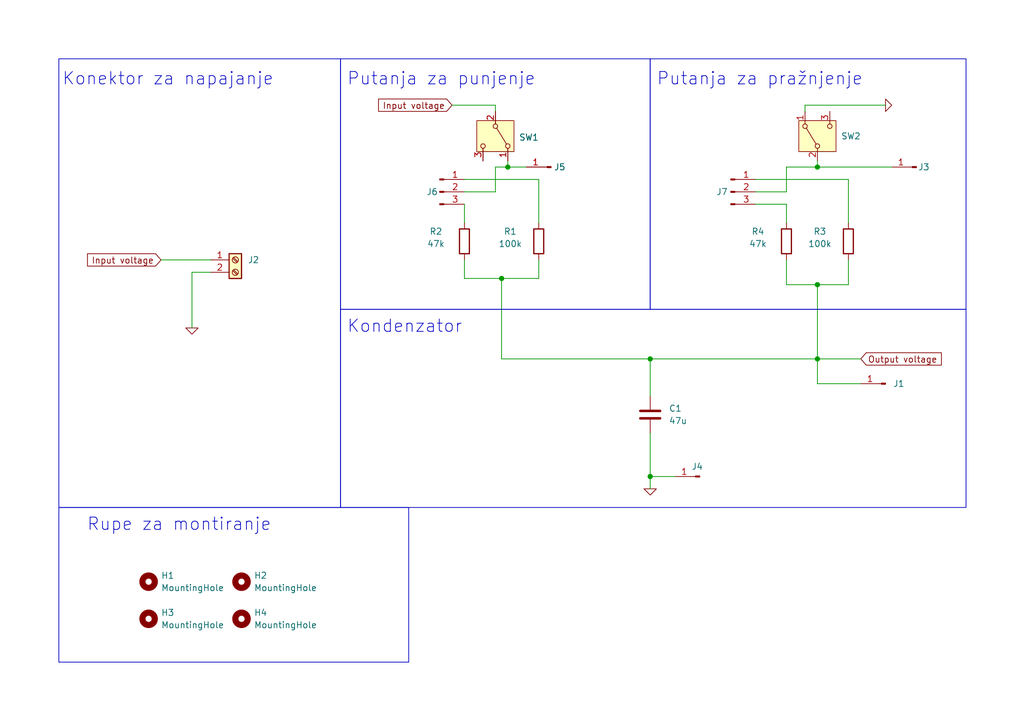
<source format=kicad_sch>
(kicad_sch
	(version 20250114)
	(generator "eeschema")
	(generator_version "9.0")
	(uuid "4bec5ddf-adbf-41fb-a069-c7630bb0044a")
	(paper "A5")
	(title_block
		(title "Punjenje i praznjenje kondenzatora")
		(rev "v1")
	)
	(lib_symbols
		(symbol "Connector:Conn_01x01_Pin"
			(pin_names
				(offset 1.016)
				(hide yes)
			)
			(exclude_from_sim no)
			(in_bom yes)
			(on_board yes)
			(property "Reference" "J"
				(at 0 2.54 0)
				(effects
					(font
						(size 1.27 1.27)
					)
				)
			)
			(property "Value" "Conn_01x01_Pin"
				(at 0 -2.54 0)
				(effects
					(font
						(size 1.27 1.27)
					)
				)
			)
			(property "Footprint" ""
				(at 0 0 0)
				(effects
					(font
						(size 1.27 1.27)
					)
					(hide yes)
				)
			)
			(property "Datasheet" "~"
				(at 0 0 0)
				(effects
					(font
						(size 1.27 1.27)
					)
					(hide yes)
				)
			)
			(property "Description" "Generic connector, single row, 01x01, script generated"
				(at 0 0 0)
				(effects
					(font
						(size 1.27 1.27)
					)
					(hide yes)
				)
			)
			(property "ki_locked" ""
				(at 0 0 0)
				(effects
					(font
						(size 1.27 1.27)
					)
				)
			)
			(property "ki_keywords" "connector"
				(at 0 0 0)
				(effects
					(font
						(size 1.27 1.27)
					)
					(hide yes)
				)
			)
			(property "ki_fp_filters" "Connector*:*_1x??_*"
				(at 0 0 0)
				(effects
					(font
						(size 1.27 1.27)
					)
					(hide yes)
				)
			)
			(symbol "Conn_01x01_Pin_1_1"
				(rectangle
					(start 0.8636 0.127)
					(end 0 -0.127)
					(stroke
						(width 0.1524)
						(type default)
					)
					(fill
						(type outline)
					)
				)
				(polyline
					(pts
						(xy 1.27 0) (xy 0.8636 0)
					)
					(stroke
						(width 0.1524)
						(type default)
					)
					(fill
						(type none)
					)
				)
				(pin passive line
					(at 5.08 0 180)
					(length 3.81)
					(name "Pin_1"
						(effects
							(font
								(size 1.27 1.27)
							)
						)
					)
					(number "1"
						(effects
							(font
								(size 1.27 1.27)
							)
						)
					)
				)
			)
			(embedded_fonts no)
		)
		(symbol "Connector:Conn_01x03_Pin"
			(pin_names
				(offset 1.016)
				(hide yes)
			)
			(exclude_from_sim no)
			(in_bom yes)
			(on_board yes)
			(property "Reference" "J"
				(at 0 5.08 0)
				(effects
					(font
						(size 1.27 1.27)
					)
				)
			)
			(property "Value" "Conn_01x03_Pin"
				(at 0 -5.08 0)
				(effects
					(font
						(size 1.27 1.27)
					)
				)
			)
			(property "Footprint" ""
				(at 0 0 0)
				(effects
					(font
						(size 1.27 1.27)
					)
					(hide yes)
				)
			)
			(property "Datasheet" "~"
				(at 0 0 0)
				(effects
					(font
						(size 1.27 1.27)
					)
					(hide yes)
				)
			)
			(property "Description" "Generic connector, single row, 01x03, script generated"
				(at 0 0 0)
				(effects
					(font
						(size 1.27 1.27)
					)
					(hide yes)
				)
			)
			(property "ki_locked" ""
				(at 0 0 0)
				(effects
					(font
						(size 1.27 1.27)
					)
				)
			)
			(property "ki_keywords" "connector"
				(at 0 0 0)
				(effects
					(font
						(size 1.27 1.27)
					)
					(hide yes)
				)
			)
			(property "ki_fp_filters" "Connector*:*_1x??_*"
				(at 0 0 0)
				(effects
					(font
						(size 1.27 1.27)
					)
					(hide yes)
				)
			)
			(symbol "Conn_01x03_Pin_1_1"
				(rectangle
					(start 0.8636 2.667)
					(end 0 2.413)
					(stroke
						(width 0.1524)
						(type default)
					)
					(fill
						(type outline)
					)
				)
				(rectangle
					(start 0.8636 0.127)
					(end 0 -0.127)
					(stroke
						(width 0.1524)
						(type default)
					)
					(fill
						(type outline)
					)
				)
				(rectangle
					(start 0.8636 -2.413)
					(end 0 -2.667)
					(stroke
						(width 0.1524)
						(type default)
					)
					(fill
						(type outline)
					)
				)
				(polyline
					(pts
						(xy 1.27 2.54) (xy 0.8636 2.54)
					)
					(stroke
						(width 0.1524)
						(type default)
					)
					(fill
						(type none)
					)
				)
				(polyline
					(pts
						(xy 1.27 0) (xy 0.8636 0)
					)
					(stroke
						(width 0.1524)
						(type default)
					)
					(fill
						(type none)
					)
				)
				(polyline
					(pts
						(xy 1.27 -2.54) (xy 0.8636 -2.54)
					)
					(stroke
						(width 0.1524)
						(type default)
					)
					(fill
						(type none)
					)
				)
				(pin passive line
					(at 5.08 2.54 180)
					(length 3.81)
					(name "Pin_1"
						(effects
							(font
								(size 1.27 1.27)
							)
						)
					)
					(number "1"
						(effects
							(font
								(size 1.27 1.27)
							)
						)
					)
				)
				(pin passive line
					(at 5.08 0 180)
					(length 3.81)
					(name "Pin_2"
						(effects
							(font
								(size 1.27 1.27)
							)
						)
					)
					(number "2"
						(effects
							(font
								(size 1.27 1.27)
							)
						)
					)
				)
				(pin passive line
					(at 5.08 -2.54 180)
					(length 3.81)
					(name "Pin_3"
						(effects
							(font
								(size 1.27 1.27)
							)
						)
					)
					(number "3"
						(effects
							(font
								(size 1.27 1.27)
							)
						)
					)
				)
			)
			(embedded_fonts no)
		)
		(symbol "Connector:Screw_Terminal_01x02"
			(pin_names
				(offset 1.016)
				(hide yes)
			)
			(exclude_from_sim no)
			(in_bom yes)
			(on_board yes)
			(property "Reference" "J"
				(at 0 2.54 0)
				(effects
					(font
						(size 1.27 1.27)
					)
				)
			)
			(property "Value" "Screw_Terminal_01x02"
				(at 0 -5.08 0)
				(effects
					(font
						(size 1.27 1.27)
					)
				)
			)
			(property "Footprint" ""
				(at 0 0 0)
				(effects
					(font
						(size 1.27 1.27)
					)
					(hide yes)
				)
			)
			(property "Datasheet" "~"
				(at 0 0 0)
				(effects
					(font
						(size 1.27 1.27)
					)
					(hide yes)
				)
			)
			(property "Description" "Generic screw terminal, single row, 01x02, script generated (kicad-library-utils/schlib/autogen/connector/)"
				(at 0 0 0)
				(effects
					(font
						(size 1.27 1.27)
					)
					(hide yes)
				)
			)
			(property "ki_keywords" "screw terminal"
				(at 0 0 0)
				(effects
					(font
						(size 1.27 1.27)
					)
					(hide yes)
				)
			)
			(property "ki_fp_filters" "TerminalBlock*:*"
				(at 0 0 0)
				(effects
					(font
						(size 1.27 1.27)
					)
					(hide yes)
				)
			)
			(symbol "Screw_Terminal_01x02_1_1"
				(rectangle
					(start -1.27 1.27)
					(end 1.27 -3.81)
					(stroke
						(width 0.254)
						(type default)
					)
					(fill
						(type background)
					)
				)
				(polyline
					(pts
						(xy -0.5334 0.3302) (xy 0.3302 -0.508)
					)
					(stroke
						(width 0.1524)
						(type default)
					)
					(fill
						(type none)
					)
				)
				(polyline
					(pts
						(xy -0.5334 -2.2098) (xy 0.3302 -3.048)
					)
					(stroke
						(width 0.1524)
						(type default)
					)
					(fill
						(type none)
					)
				)
				(polyline
					(pts
						(xy -0.3556 0.508) (xy 0.508 -0.3302)
					)
					(stroke
						(width 0.1524)
						(type default)
					)
					(fill
						(type none)
					)
				)
				(polyline
					(pts
						(xy -0.3556 -2.032) (xy 0.508 -2.8702)
					)
					(stroke
						(width 0.1524)
						(type default)
					)
					(fill
						(type none)
					)
				)
				(circle
					(center 0 0)
					(radius 0.635)
					(stroke
						(width 0.1524)
						(type default)
					)
					(fill
						(type none)
					)
				)
				(circle
					(center 0 -2.54)
					(radius 0.635)
					(stroke
						(width 0.1524)
						(type default)
					)
					(fill
						(type none)
					)
				)
				(pin passive line
					(at -5.08 0 0)
					(length 3.81)
					(name "Pin_1"
						(effects
							(font
								(size 1.27 1.27)
							)
						)
					)
					(number "1"
						(effects
							(font
								(size 1.27 1.27)
							)
						)
					)
				)
				(pin passive line
					(at -5.08 -2.54 0)
					(length 3.81)
					(name "Pin_2"
						(effects
							(font
								(size 1.27 1.27)
							)
						)
					)
					(number "2"
						(effects
							(font
								(size 1.27 1.27)
							)
						)
					)
				)
			)
			(embedded_fonts no)
		)
		(symbol "Device:C"
			(pin_numbers
				(hide yes)
			)
			(pin_names
				(offset 0.254)
			)
			(exclude_from_sim no)
			(in_bom yes)
			(on_board yes)
			(property "Reference" "C"
				(at 0.635 2.54 0)
				(effects
					(font
						(size 1.27 1.27)
					)
					(justify left)
				)
			)
			(property "Value" "C"
				(at 0.635 -2.54 0)
				(effects
					(font
						(size 1.27 1.27)
					)
					(justify left)
				)
			)
			(property "Footprint" ""
				(at 0.9652 -3.81 0)
				(effects
					(font
						(size 1.27 1.27)
					)
					(hide yes)
				)
			)
			(property "Datasheet" "~"
				(at 0 0 0)
				(effects
					(font
						(size 1.27 1.27)
					)
					(hide yes)
				)
			)
			(property "Description" "Unpolarized capacitor"
				(at 0 0 0)
				(effects
					(font
						(size 1.27 1.27)
					)
					(hide yes)
				)
			)
			(property "ki_keywords" "cap capacitor"
				(at 0 0 0)
				(effects
					(font
						(size 1.27 1.27)
					)
					(hide yes)
				)
			)
			(property "ki_fp_filters" "C_*"
				(at 0 0 0)
				(effects
					(font
						(size 1.27 1.27)
					)
					(hide yes)
				)
			)
			(symbol "C_0_1"
				(polyline
					(pts
						(xy -2.032 0.762) (xy 2.032 0.762)
					)
					(stroke
						(width 0.508)
						(type default)
					)
					(fill
						(type none)
					)
				)
				(polyline
					(pts
						(xy -2.032 -0.762) (xy 2.032 -0.762)
					)
					(stroke
						(width 0.508)
						(type default)
					)
					(fill
						(type none)
					)
				)
			)
			(symbol "C_1_1"
				(pin passive line
					(at 0 3.81 270)
					(length 2.794)
					(name "~"
						(effects
							(font
								(size 1.27 1.27)
							)
						)
					)
					(number "1"
						(effects
							(font
								(size 1.27 1.27)
							)
						)
					)
				)
				(pin passive line
					(at 0 -3.81 90)
					(length 2.794)
					(name "~"
						(effects
							(font
								(size 1.27 1.27)
							)
						)
					)
					(number "2"
						(effects
							(font
								(size 1.27 1.27)
							)
						)
					)
				)
			)
			(embedded_fonts no)
		)
		(symbol "Device:R"
			(pin_numbers
				(hide yes)
			)
			(pin_names
				(offset 0)
			)
			(exclude_from_sim no)
			(in_bom yes)
			(on_board yes)
			(property "Reference" "R"
				(at 2.032 0 90)
				(effects
					(font
						(size 1.27 1.27)
					)
				)
			)
			(property "Value" "R"
				(at 0 0 90)
				(effects
					(font
						(size 1.27 1.27)
					)
				)
			)
			(property "Footprint" ""
				(at -1.778 0 90)
				(effects
					(font
						(size 1.27 1.27)
					)
					(hide yes)
				)
			)
			(property "Datasheet" "~"
				(at 0 0 0)
				(effects
					(font
						(size 1.27 1.27)
					)
					(hide yes)
				)
			)
			(property "Description" "Resistor"
				(at 0 0 0)
				(effects
					(font
						(size 1.27 1.27)
					)
					(hide yes)
				)
			)
			(property "ki_keywords" "R res resistor"
				(at 0 0 0)
				(effects
					(font
						(size 1.27 1.27)
					)
					(hide yes)
				)
			)
			(property "ki_fp_filters" "R_*"
				(at 0 0 0)
				(effects
					(font
						(size 1.27 1.27)
					)
					(hide yes)
				)
			)
			(symbol "R_0_1"
				(rectangle
					(start -1.016 -2.54)
					(end 1.016 2.54)
					(stroke
						(width 0.254)
						(type default)
					)
					(fill
						(type none)
					)
				)
			)
			(symbol "R_1_1"
				(pin passive line
					(at 0 3.81 270)
					(length 1.27)
					(name "~"
						(effects
							(font
								(size 1.27 1.27)
							)
						)
					)
					(number "1"
						(effects
							(font
								(size 1.27 1.27)
							)
						)
					)
				)
				(pin passive line
					(at 0 -3.81 90)
					(length 1.27)
					(name "~"
						(effects
							(font
								(size 1.27 1.27)
							)
						)
					)
					(number "2"
						(effects
							(font
								(size 1.27 1.27)
							)
						)
					)
				)
			)
			(embedded_fonts no)
		)
		(symbol "Mechanical:MountingHole"
			(pin_names
				(offset 1.016)
			)
			(exclude_from_sim no)
			(in_bom yes)
			(on_board yes)
			(property "Reference" "H"
				(at 0 5.08 0)
				(effects
					(font
						(size 1.27 1.27)
					)
				)
			)
			(property "Value" "MountingHole"
				(at 0 3.175 0)
				(effects
					(font
						(size 1.27 1.27)
					)
				)
			)
			(property "Footprint" ""
				(at 0 0 0)
				(effects
					(font
						(size 1.27 1.27)
					)
					(hide yes)
				)
			)
			(property "Datasheet" "~"
				(at 0 0 0)
				(effects
					(font
						(size 1.27 1.27)
					)
					(hide yes)
				)
			)
			(property "Description" "Mounting Hole without connection"
				(at 0 0 0)
				(effects
					(font
						(size 1.27 1.27)
					)
					(hide yes)
				)
			)
			(property "ki_keywords" "mounting hole"
				(at 0 0 0)
				(effects
					(font
						(size 1.27 1.27)
					)
					(hide yes)
				)
			)
			(property "ki_fp_filters" "MountingHole*"
				(at 0 0 0)
				(effects
					(font
						(size 1.27 1.27)
					)
					(hide yes)
				)
			)
			(symbol "MountingHole_0_1"
				(circle
					(center 0 0)
					(radius 1.27)
					(stroke
						(width 1.27)
						(type default)
					)
					(fill
						(type none)
					)
				)
			)
			(embedded_fonts no)
		)
		(symbol "Simulation_SPICE:0"
			(power)
			(pin_names
				(offset 0)
			)
			(exclude_from_sim no)
			(in_bom yes)
			(on_board yes)
			(property "Reference" "#GND"
				(at 0 -2.54 0)
				(effects
					(font
						(size 1.27 1.27)
					)
					(hide yes)
				)
			)
			(property "Value" "0"
				(at 0 -1.778 0)
				(effects
					(font
						(size 1.27 1.27)
					)
				)
			)
			(property "Footprint" ""
				(at 0 0 0)
				(effects
					(font
						(size 1.27 1.27)
					)
					(hide yes)
				)
			)
			(property "Datasheet" "~"
				(at 0 0 0)
				(effects
					(font
						(size 1.27 1.27)
					)
					(hide yes)
				)
			)
			(property "Description" "0V reference potential for simulation"
				(at 0 0 0)
				(effects
					(font
						(size 1.27 1.27)
					)
					(hide yes)
				)
			)
			(property "ki_keywords" "simulation"
				(at 0 0 0)
				(effects
					(font
						(size 1.27 1.27)
					)
					(hide yes)
				)
			)
			(symbol "0_0_1"
				(polyline
					(pts
						(xy -1.27 0) (xy 0 -1.27) (xy 1.27 0) (xy -1.27 0)
					)
					(stroke
						(width 0)
						(type default)
					)
					(fill
						(type none)
					)
				)
			)
			(symbol "0_1_1"
				(pin power_in line
					(at 0 0 0)
					(length 0)
					(hide yes)
					(name "0"
						(effects
							(font
								(size 1.016 1.016)
							)
						)
					)
					(number "1"
						(effects
							(font
								(size 1.016 1.016)
							)
						)
					)
				)
			)
			(embedded_fonts no)
		)
		(symbol "Switch:SW_SPDT"
			(pin_names
				(offset 0)
				(hide yes)
			)
			(exclude_from_sim no)
			(in_bom yes)
			(on_board yes)
			(property "Reference" "SW"
				(at 0 5.08 0)
				(effects
					(font
						(size 1.27 1.27)
					)
				)
			)
			(property "Value" "SW_SPDT"
				(at 0 -5.08 0)
				(effects
					(font
						(size 1.27 1.27)
					)
				)
			)
			(property "Footprint" ""
				(at 0 0 0)
				(effects
					(font
						(size 1.27 1.27)
					)
					(hide yes)
				)
			)
			(property "Datasheet" "~"
				(at 0 -7.62 0)
				(effects
					(font
						(size 1.27 1.27)
					)
					(hide yes)
				)
			)
			(property "Description" "Switch, single pole double throw"
				(at 0 0 0)
				(effects
					(font
						(size 1.27 1.27)
					)
					(hide yes)
				)
			)
			(property "ki_keywords" "switch single-pole double-throw spdt ON-ON"
				(at 0 0 0)
				(effects
					(font
						(size 1.27 1.27)
					)
					(hide yes)
				)
			)
			(symbol "SW_SPDT_0_1"
				(circle
					(center -2.032 0)
					(radius 0.4572)
					(stroke
						(width 0)
						(type default)
					)
					(fill
						(type none)
					)
				)
				(polyline
					(pts
						(xy -1.651 0.254) (xy 1.651 2.286)
					)
					(stroke
						(width 0)
						(type default)
					)
					(fill
						(type none)
					)
				)
				(circle
					(center 2.032 2.54)
					(radius 0.4572)
					(stroke
						(width 0)
						(type default)
					)
					(fill
						(type none)
					)
				)
				(circle
					(center 2.032 -2.54)
					(radius 0.4572)
					(stroke
						(width 0)
						(type default)
					)
					(fill
						(type none)
					)
				)
			)
			(symbol "SW_SPDT_1_1"
				(rectangle
					(start -3.175 3.81)
					(end 3.175 -3.81)
					(stroke
						(width 0)
						(type default)
					)
					(fill
						(type background)
					)
				)
				(pin passive line
					(at -5.08 0 0)
					(length 2.54)
					(name "B"
						(effects
							(font
								(size 1.27 1.27)
							)
						)
					)
					(number "2"
						(effects
							(font
								(size 1.27 1.27)
							)
						)
					)
				)
				(pin passive line
					(at 5.08 2.54 180)
					(length 2.54)
					(name "A"
						(effects
							(font
								(size 1.27 1.27)
							)
						)
					)
					(number "1"
						(effects
							(font
								(size 1.27 1.27)
							)
						)
					)
				)
				(pin passive line
					(at 5.08 -2.54 180)
					(length 2.54)
					(name "C"
						(effects
							(font
								(size 1.27 1.27)
							)
						)
					)
					(number "3"
						(effects
							(font
								(size 1.27 1.27)
							)
						)
					)
				)
			)
			(embedded_fonts no)
		)
	)
	(rectangle
		(start 12.065 12.065)
		(end 69.85 104.14)
		(stroke
			(width 0)
			(type default)
		)
		(fill
			(type none)
		)
		(uuid 38749e43-3110-4f59-8ac6-76775dd37de5)
	)
	(rectangle
		(start 12.065 104.14)
		(end 83.82 135.89)
		(stroke
			(width 0)
			(type default)
		)
		(fill
			(type none)
		)
		(uuid 81b9c5dc-703e-43b5-ad34-0becdc64748b)
	)
	(rectangle
		(start 133.35 12.065)
		(end 198.12 63.5)
		(stroke
			(width 0)
			(type default)
		)
		(fill
			(type none)
		)
		(uuid 8e3c17c7-8e26-4a7b-a110-170b27423929)
	)
	(rectangle
		(start 69.85 12.065)
		(end 133.35 63.5)
		(stroke
			(width 0)
			(type default)
		)
		(fill
			(type none)
		)
		(uuid b6d9a29f-40bd-4a1d-8f42-16a5ee5cd2e0)
	)
	(rectangle
		(start 69.85 63.5)
		(end 198.12 104.14)
		(stroke
			(width 0)
			(type default)
		)
		(fill
			(type none)
		)
		(uuid e630c6df-2cb5-4c23-ae2c-1e5eb6fe5aad)
	)
	(text "Rupe za montiranje\n"
		(exclude_from_sim no)
		(at 17.78 109.22 0)
		(effects
			(font
				(size 2.54 2.54)
			)
			(justify left bottom)
		)
		(uuid "2a4bf67d-83bf-4c30-a6e3-5f60222c600a")
	)
	(text "Kondenzator"
		(exclude_from_sim no)
		(at 71.12 68.58 0)
		(effects
			(font
				(size 2.54 2.54)
			)
			(justify left bottom)
		)
		(uuid "372b0d0e-e09a-4851-8997-948b90294e5c")
	)
	(text "Konektor za napajanje"
		(exclude_from_sim no)
		(at 12.7 17.78 0)
		(effects
			(font
				(size 2.54 2.54)
			)
			(justify left bottom)
		)
		(uuid "7adc5d2b-b8ad-46b4-be92-74dfb29a0d16")
	)
	(text "Putanja za pražnjenje"
		(exclude_from_sim no)
		(at 134.62 17.78 0)
		(effects
			(font
				(size 2.54 2.54)
			)
			(justify left bottom)
		)
		(uuid "cacddce1-2134-4416-a26b-5616137cbd2e")
	)
	(text "Putanja za punjenje"
		(exclude_from_sim no)
		(at 71.12 17.78 0)
		(effects
			(font
				(size 2.54 2.54)
			)
			(justify left bottom)
		)
		(uuid "fe033257-6fb6-47f3-a194-60af8380d7c4")
	)
	(junction
		(at 102.87 57.15)
		(diameter 0)
		(color 0 0 0 0)
		(uuid "3fb893fc-df84-4f35-bedd-52112f174653")
	)
	(junction
		(at 133.35 97.79)
		(diameter 0)
		(color 0 0 0 0)
		(uuid "7461fcb2-c601-4570-bec6-1d359a11a5dc")
	)
	(junction
		(at 133.35 73.66)
		(diameter 0)
		(color 0 0 0 0)
		(uuid "8c63e76f-a4cd-43b8-b903-aab4d3d88141")
	)
	(junction
		(at 167.64 73.66)
		(diameter 0)
		(color 0 0 0 0)
		(uuid "8ec46853-d477-4c3d-aae8-956b49cc9c47")
	)
	(junction
		(at 104.14 34.29)
		(diameter 0)
		(color 0 0 0 0)
		(uuid "a52d517a-b27c-48bf-b147-9e940a589ff6")
	)
	(junction
		(at 167.64 34.29)
		(diameter 0)
		(color 0 0 0 0)
		(uuid "cbc65d1b-6d5e-4592-a5ba-884c8b2e700e")
	)
	(junction
		(at 167.64 58.42)
		(diameter 0)
		(color 0 0 0 0)
		(uuid "e7ef7819-f2ab-4037-97de-10fa559644b6")
	)
	(wire
		(pts
			(xy 104.14 34.29) (xy 107.95 34.29)
		)
		(stroke
			(width 0)
			(type default)
		)
		(uuid "00a8b6ee-c09c-4000-a3fd-5bcf99a1aa93")
	)
	(wire
		(pts
			(xy 167.64 33.02) (xy 167.64 34.29)
		)
		(stroke
			(width 0)
			(type default)
		)
		(uuid "010e4b65-cda4-401a-8c1c-1e9a2b134964")
	)
	(wire
		(pts
			(xy 167.64 34.29) (xy 182.88 34.29)
		)
		(stroke
			(width 0)
			(type default)
		)
		(uuid "0c958500-e943-4ba6-ac10-d48b0d880504")
	)
	(wire
		(pts
			(xy 167.64 78.74) (xy 167.64 73.66)
		)
		(stroke
			(width 0)
			(type default)
		)
		(uuid "19b5cf09-b1f0-485d-9fcb-089ea5df3ced")
	)
	(wire
		(pts
			(xy 133.35 73.66) (xy 133.35 81.28)
		)
		(stroke
			(width 0)
			(type default)
		)
		(uuid "1a933369-3e5e-4545-9a98-b27d76a1d170")
	)
	(wire
		(pts
			(xy 161.29 58.42) (xy 161.29 53.34)
		)
		(stroke
			(width 0)
			(type default)
		)
		(uuid "1d598f94-6c54-4c86-883b-c64104bd0054")
	)
	(wire
		(pts
			(xy 95.25 36.83) (xy 110.49 36.83)
		)
		(stroke
			(width 0)
			(type default)
		)
		(uuid "2311bb33-dba0-4bc5-ba5b-545d19c5f08f")
	)
	(wire
		(pts
			(xy 133.35 73.66) (xy 102.87 73.66)
		)
		(stroke
			(width 0)
			(type default)
		)
		(uuid "25d75674-9fa5-429a-bca7-630d33e1bc48")
	)
	(wire
		(pts
			(xy 95.25 57.15) (xy 102.87 57.15)
		)
		(stroke
			(width 0)
			(type default)
		)
		(uuid "292ccd2d-d61b-42f7-9015-ba7dfd1e2d40")
	)
	(wire
		(pts
			(xy 161.29 41.91) (xy 161.29 45.72)
		)
		(stroke
			(width 0)
			(type default)
		)
		(uuid "2a2fc6d9-1c0f-46b1-be4a-f33f336c3f65")
	)
	(wire
		(pts
			(xy 101.6 34.29) (xy 104.14 34.29)
		)
		(stroke
			(width 0)
			(type default)
		)
		(uuid "348577da-6cdf-42b0-bceb-a34b18366ec0")
	)
	(wire
		(pts
			(xy 154.94 36.83) (xy 173.99 36.83)
		)
		(stroke
			(width 0)
			(type default)
		)
		(uuid "34c398fc-6770-41c4-bedb-f910a36eafd8")
	)
	(wire
		(pts
			(xy 101.6 21.59) (xy 101.6 22.86)
		)
		(stroke
			(width 0)
			(type default)
		)
		(uuid "362f998d-3b0c-440a-9018-b35d22302358")
	)
	(wire
		(pts
			(xy 167.64 73.66) (xy 176.53 73.66)
		)
		(stroke
			(width 0)
			(type default)
		)
		(uuid "3bd2c36e-b8fe-4bcd-bcb7-921d9798b139")
	)
	(wire
		(pts
			(xy 161.29 34.29) (xy 167.64 34.29)
		)
		(stroke
			(width 0)
			(type default)
		)
		(uuid "3bdd413e-58f9-48b6-a06a-b2f8d7257240")
	)
	(wire
		(pts
			(xy 154.94 39.37) (xy 161.29 39.37)
		)
		(stroke
			(width 0)
			(type default)
		)
		(uuid "3f01f9c7-a61d-436f-bffe-7127d5a42619")
	)
	(wire
		(pts
			(xy 110.49 36.83) (xy 110.49 45.72)
		)
		(stroke
			(width 0)
			(type default)
		)
		(uuid "45a9dc71-670a-40be-bbae-338c64c2ca0c")
	)
	(wire
		(pts
			(xy 165.1 21.59) (xy 165.1 22.86)
		)
		(stroke
			(width 0)
			(type default)
		)
		(uuid "473bf35e-f789-4c31-bc8f-b22e7c6a8eff")
	)
	(wire
		(pts
			(xy 102.87 57.15) (xy 102.87 73.66)
		)
		(stroke
			(width 0)
			(type default)
		)
		(uuid "4d8a4f40-71f1-4012-88ca-976ad360706b")
	)
	(wire
		(pts
			(xy 101.6 39.37) (xy 101.6 34.29)
		)
		(stroke
			(width 0)
			(type default)
		)
		(uuid "56278ceb-d77b-4d75-8624-0b150e748e74")
	)
	(wire
		(pts
			(xy 173.99 36.83) (xy 173.99 45.72)
		)
		(stroke
			(width 0)
			(type default)
		)
		(uuid "5a8294a2-83ad-449c-86f1-d346504e942e")
	)
	(wire
		(pts
			(xy 133.35 88.9) (xy 133.35 97.79)
		)
		(stroke
			(width 0)
			(type default)
		)
		(uuid "69065632-0adb-4116-8444-f654a118ced0")
	)
	(wire
		(pts
			(xy 161.29 39.37) (xy 161.29 34.29)
		)
		(stroke
			(width 0)
			(type default)
		)
		(uuid "69e0a059-cad7-4aa8-8915-91a074869d96")
	)
	(wire
		(pts
			(xy 92.71 21.59) (xy 101.6 21.59)
		)
		(stroke
			(width 0)
			(type default)
		)
		(uuid "6eb023a3-2fd8-4a81-a59f-cbdcf4647971")
	)
	(wire
		(pts
			(xy 176.53 78.74) (xy 167.64 78.74)
		)
		(stroke
			(width 0)
			(type default)
		)
		(uuid "6ffb6763-a574-40e0-9658-6281a3cf6fac")
	)
	(wire
		(pts
			(xy 95.25 41.91) (xy 95.25 45.72)
		)
		(stroke
			(width 0)
			(type default)
		)
		(uuid "838d0d6b-7ddc-4d81-8830-09ced9133292")
	)
	(wire
		(pts
			(xy 173.99 58.42) (xy 167.64 58.42)
		)
		(stroke
			(width 0)
			(type default)
		)
		(uuid "8aca1ade-a172-4352-b520-7cdb4668cb37")
	)
	(wire
		(pts
			(xy 104.14 33.02) (xy 104.14 34.29)
		)
		(stroke
			(width 0)
			(type default)
		)
		(uuid "8bd81ca6-bc61-4d55-a7e5-10df4f8100c7")
	)
	(wire
		(pts
			(xy 95.25 39.37) (xy 101.6 39.37)
		)
		(stroke
			(width 0)
			(type default)
		)
		(uuid "8e79b717-7bd4-4d85-ac62-5c30c251dacd")
	)
	(wire
		(pts
			(xy 181.61 21.59) (xy 165.1 21.59)
		)
		(stroke
			(width 0)
			(type default)
		)
		(uuid "9309c8ed-73d5-4864-8f53-65afe0ccd048")
	)
	(wire
		(pts
			(xy 39.37 55.88) (xy 43.18 55.88)
		)
		(stroke
			(width 0)
			(type default)
		)
		(uuid "9f51de2c-4f80-4eb3-80e7-f8c9bb875c0a")
	)
	(wire
		(pts
			(xy 43.18 53.34) (xy 33.02 53.34)
		)
		(stroke
			(width 0)
			(type default)
		)
		(uuid "b2cf25fa-878d-4868-ac7f-3dcb387d77f0")
	)
	(wire
		(pts
			(xy 161.29 41.91) (xy 154.94 41.91)
		)
		(stroke
			(width 0)
			(type default)
		)
		(uuid "bf4ab956-c341-4d10-860d-9136a7b664dd")
	)
	(wire
		(pts
			(xy 110.49 53.34) (xy 110.49 57.15)
		)
		(stroke
			(width 0)
			(type default)
		)
		(uuid "c51a2dd8-7518-4984-97da-8c7cc202ea56")
	)
	(wire
		(pts
			(xy 133.35 100.33) (xy 133.35 97.79)
		)
		(stroke
			(width 0)
			(type default)
		)
		(uuid "d0119e13-7736-48f5-91dc-36f9e1f221f4")
	)
	(wire
		(pts
			(xy 95.25 53.34) (xy 95.25 57.15)
		)
		(stroke
			(width 0)
			(type default)
		)
		(uuid "d132d851-d64a-4bcf-8ad0-4282ea4d7375")
	)
	(wire
		(pts
			(xy 161.29 58.42) (xy 167.64 58.42)
		)
		(stroke
			(width 0)
			(type default)
		)
		(uuid "d3531dc2-b87a-4653-b4d1-493723a14c04")
	)
	(wire
		(pts
			(xy 110.49 57.15) (xy 102.87 57.15)
		)
		(stroke
			(width 0)
			(type default)
		)
		(uuid "d52bcdbe-f363-4b0b-a8e4-68106934a7a7")
	)
	(wire
		(pts
			(xy 167.64 58.42) (xy 167.64 73.66)
		)
		(stroke
			(width 0)
			(type default)
		)
		(uuid "d9e7fde1-558b-402d-9a12-d50fc09c8ae7")
	)
	(wire
		(pts
			(xy 39.37 55.88) (xy 39.37 67.31)
		)
		(stroke
			(width 0)
			(type default)
		)
		(uuid "deee6f42-005e-404e-9987-66c114bfffeb")
	)
	(wire
		(pts
			(xy 133.35 73.66) (xy 167.64 73.66)
		)
		(stroke
			(width 0)
			(type default)
		)
		(uuid "e3f95337-e538-4fa8-8408-28a7a2ca1a5b")
	)
	(wire
		(pts
			(xy 138.43 97.79) (xy 133.35 97.79)
		)
		(stroke
			(width 0)
			(type default)
		)
		(uuid "ef283cc1-e201-419b-a5c1-3c41bfd0407a")
	)
	(wire
		(pts
			(xy 173.99 53.34) (xy 173.99 58.42)
		)
		(stroke
			(width 0)
			(type default)
		)
		(uuid "fcbb6cdf-8970-4357-b94f-379eb559829a")
	)
	(global_label "Input voltage"
		(shape input)
		(at 92.71 21.59 180)
		(fields_autoplaced yes)
		(effects
			(font
				(size 1.27 1.27)
			)
			(justify right)
		)
		(uuid "2d36cf81-27ef-491e-bb94-1094671a0524")
		(property "Intersheetrefs" "${INTERSHEET_REFS}"
			(at 77.0856 21.59 0)
			(effects
				(font
					(size 1.27 1.27)
				)
				(justify right)
				(hide yes)
			)
		)
	)
	(global_label "Input voltage"
		(shape input)
		(at 33.02 53.34 180)
		(fields_autoplaced yes)
		(effects
			(font
				(size 1.27 1.27)
			)
			(justify right)
		)
		(uuid "63726f7c-206d-41b5-9e91-1a2a78cb4674")
		(property "Intersheetrefs" "${INTERSHEET_REFS}"
			(at 17.3956 53.34 0)
			(effects
				(font
					(size 1.27 1.27)
				)
				(justify right)
				(hide yes)
			)
		)
	)
	(global_label "Output voltage"
		(shape input)
		(at 176.53 73.66 0)
		(fields_autoplaced yes)
		(effects
			(font
				(size 1.27 1.27)
			)
			(justify left)
		)
		(uuid "a5be0470-9a02-408e-bca2-89018334665b")
		(property "Intersheetrefs" "${INTERSHEET_REFS}"
			(at 193.6058 73.66 0)
			(effects
				(font
					(size 1.27 1.27)
				)
				(justify left)
				(hide yes)
			)
		)
	)
	(symbol
		(lib_id "Switch:SW_SPDT")
		(at 167.64 27.94 90)
		(unit 1)
		(exclude_from_sim no)
		(in_bom yes)
		(on_board yes)
		(dnp no)
		(uuid "017476a9-27c9-4c00-b0b1-c9aa1b799bfe")
		(property "Reference" "SW2"
			(at 172.466 27.94 90)
			(effects
				(font
					(size 1.27 1.27)
				)
				(justify right)
			)
		)
		(property "Value" "SW_SPDT"
			(at 172.72 29.2099 90)
			(effects
				(font
					(size 1.27 1.27)
				)
				(justify right)
				(hide yes)
			)
		)
		(property "Footprint" "PEP_library:SW-TH_2MS1T1B1M1QES-5"
			(at 167.64 27.94 0)
			(effects
				(font
					(size 1.27 1.27)
				)
				(hide yes)
			)
		)
		(property "Datasheet" "~"
			(at 175.26 27.94 0)
			(effects
				(font
					(size 1.27 1.27)
				)
				(hide yes)
			)
		)
		(property "Description" "Switch, single pole double throw"
			(at 167.64 27.94 0)
			(effects
				(font
					(size 1.27 1.27)
				)
				(hide yes)
			)
		)
		(pin "3"
			(uuid "07fcdc47-93b6-40d8-9a99-5b4ae73bc04b")
		)
		(pin "1"
			(uuid "ae89e275-25e8-4431-b8f3-50b3d2c9020d")
		)
		(pin "2"
			(uuid "85ed0415-49ba-4b6c-a1d0-1480295194dd")
		)
		(instances
			(project "PEP008-V1-RC_vremenska_konstanta"
				(path "/4bec5ddf-adbf-41fb-a069-c7630bb0044a"
					(reference "SW2")
					(unit 1)
				)
			)
		)
	)
	(symbol
		(lib_id "Simulation_SPICE:0")
		(at 39.37 67.31 0)
		(unit 1)
		(exclude_from_sim no)
		(in_bom yes)
		(on_board yes)
		(dnp no)
		(fields_autoplaced yes)
		(uuid "03337c04-a0a3-4cad-90d6-bcdb0825243b")
		(property "Reference" "#GND05"
			(at 39.37 69.85 0)
			(effects
				(font
					(size 1.27 1.27)
				)
				(hide yes)
			)
		)
		(property "Value" "0"
			(at 39.37 64.77 0)
			(effects
				(font
					(size 1.27 1.27)
				)
				(hide yes)
			)
		)
		(property "Footprint" ""
			(at 39.37 67.31 0)
			(effects
				(font
					(size 1.27 1.27)
				)
				(hide yes)
			)
		)
		(property "Datasheet" "~"
			(at 39.37 67.31 0)
			(effects
				(font
					(size 1.27 1.27)
				)
				(hide yes)
			)
		)
		(property "Description" ""
			(at 39.37 67.31 0)
			(effects
				(font
					(size 1.27 1.27)
				)
				(hide yes)
			)
		)
		(pin "1"
			(uuid "850e1ec3-8e9f-470a-98e8-8a0bd8f8fc8d")
		)
		(instances
			(project "006_RC_vremenska_konstanta"
				(path "/4bec5ddf-adbf-41fb-a069-c7630bb0044a"
					(reference "#GND05")
					(unit 1)
				)
			)
		)
	)
	(symbol
		(lib_id "Connector:Conn_01x03_Pin")
		(at 90.17 39.37 0)
		(unit 1)
		(exclude_from_sim no)
		(in_bom yes)
		(on_board yes)
		(dnp no)
		(uuid "0402bb14-4f8f-47e3-95a1-c911decaa855")
		(property "Reference" "J6"
			(at 88.646 39.37 0)
			(effects
				(font
					(size 1.27 1.27)
				)
			)
		)
		(property "Value" "Conn_01x03_Pin"
			(at 90.805 34.29 0)
			(effects
				(font
					(size 1.27 1.27)
				)
				(hide yes)
			)
		)
		(property "Footprint" "Connector_PinHeader_2.54mm:PinHeader_1x03_P2.54mm_Vertical"
			(at 90.17 39.37 0)
			(effects
				(font
					(size 1.27 1.27)
				)
				(hide yes)
			)
		)
		(property "Datasheet" "~"
			(at 90.17 39.37 0)
			(effects
				(font
					(size 1.27 1.27)
				)
				(hide yes)
			)
		)
		(property "Description" "Generic connector, single row, 01x03, script generated"
			(at 90.17 39.37 0)
			(effects
				(font
					(size 1.27 1.27)
				)
				(hide yes)
			)
		)
		(pin "3"
			(uuid "e1516de3-ed19-408c-bd2e-f20588c77055")
		)
		(pin "2"
			(uuid "3ef5e05e-0053-4d58-a837-cf334be099ad")
		)
		(pin "1"
			(uuid "df20c6bc-905d-4ab4-b1e5-a866606ba0c8")
		)
		(instances
			(project ""
				(path "/4bec5ddf-adbf-41fb-a069-c7630bb0044a"
					(reference "J6")
					(unit 1)
				)
			)
		)
	)
	(symbol
		(lib_id "Mechanical:MountingHole")
		(at 30.48 127 0)
		(unit 1)
		(exclude_from_sim no)
		(in_bom yes)
		(on_board yes)
		(dnp no)
		(fields_autoplaced yes)
		(uuid "0c3764e9-1df8-4553-89ea-56bfbfbc7b81")
		(property "Reference" "H3"
			(at 33.02 125.73 0)
			(effects
				(font
					(size 1.27 1.27)
				)
				(justify left)
			)
		)
		(property "Value" "MountingHole"
			(at 33.02 128.27 0)
			(effects
				(font
					(size 1.27 1.27)
				)
				(justify left)
			)
		)
		(property "Footprint" "MountingHole:MountingHole_3.2mm_M3_ISO14580_Pad_TopBottom"
			(at 30.48 127 0)
			(effects
				(font
					(size 1.27 1.27)
				)
				(hide yes)
			)
		)
		(property "Datasheet" "~"
			(at 30.48 127 0)
			(effects
				(font
					(size 1.27 1.27)
				)
				(hide yes)
			)
		)
		(property "Description" ""
			(at 30.48 127 0)
			(effects
				(font
					(size 1.27 1.27)
				)
				(hide yes)
			)
		)
		(instances
			(project "003_redna_paralelna_otpornost"
				(path "/4bec5ddf-adbf-41fb-a069-c7630bb0044a"
					(reference "H3")
					(unit 1)
				)
			)
		)
	)
	(symbol
		(lib_id "Connector:Conn_01x01_Pin")
		(at 113.03 34.29 180)
		(unit 1)
		(exclude_from_sim no)
		(in_bom yes)
		(on_board yes)
		(dnp no)
		(uuid "263d5d13-bf99-4d61-aff1-755743602c25")
		(property "Reference" "J5"
			(at 114.808 34.29 0)
			(effects
				(font
					(size 1.27 1.27)
				)
			)
		)
		(property "Value" "Conn_01x01_Pin"
			(at 112.395 31.75 0)
			(effects
				(font
					(size 1.27 1.27)
				)
				(hide yes)
			)
		)
		(property "Footprint" "Connector_PinHeader_2.54mm:PinHeader_1x01_P2.54mm_Vertical"
			(at 113.03 34.29 0)
			(effects
				(font
					(size 1.27 1.27)
				)
				(hide yes)
			)
		)
		(property "Datasheet" "~"
			(at 113.03 34.29 0)
			(effects
				(font
					(size 1.27 1.27)
				)
				(hide yes)
			)
		)
		(property "Description" "Generic connector, single row, 01x01, script generated"
			(at 113.03 34.29 0)
			(effects
				(font
					(size 1.27 1.27)
				)
				(hide yes)
			)
		)
		(pin "1"
			(uuid "084686bc-00e7-4a1e-8d6d-b0c18eb5f5a9")
		)
		(instances
			(project "PEP008-V1-RC_vremenska_konstanta"
				(path "/4bec5ddf-adbf-41fb-a069-c7630bb0044a"
					(reference "J5")
					(unit 1)
				)
			)
		)
	)
	(symbol
		(lib_id "Connector:Conn_01x01_Pin")
		(at 143.51 97.79 180)
		(unit 1)
		(exclude_from_sim no)
		(in_bom yes)
		(on_board yes)
		(dnp no)
		(uuid "299f8231-c7fb-4708-a21b-c40dba34083f")
		(property "Reference" "J4"
			(at 143.002 95.758 0)
			(effects
				(font
					(size 1.27 1.27)
				)
			)
		)
		(property "Value" "Conn_01x01_Pin"
			(at 142.875 95.25 0)
			(effects
				(font
					(size 1.27 1.27)
				)
				(hide yes)
			)
		)
		(property "Footprint" "Connector_PinHeader_2.54mm:PinHeader_1x01_P2.54mm_Vertical"
			(at 143.51 97.79 0)
			(effects
				(font
					(size 1.27 1.27)
				)
				(hide yes)
			)
		)
		(property "Datasheet" "~"
			(at 143.51 97.79 0)
			(effects
				(font
					(size 1.27 1.27)
				)
				(hide yes)
			)
		)
		(property "Description" "Generic connector, single row, 01x01, script generated"
			(at 143.51 97.79 0)
			(effects
				(font
					(size 1.27 1.27)
				)
				(hide yes)
			)
		)
		(pin "1"
			(uuid "d545acb9-10ae-4d15-87da-b4c8e1d258dd")
		)
		(instances
			(project ""
				(path "/4bec5ddf-adbf-41fb-a069-c7630bb0044a"
					(reference "J4")
					(unit 1)
				)
			)
		)
	)
	(symbol
		(lib_id "Connector:Screw_Terminal_01x02")
		(at 48.26 53.34 0)
		(unit 1)
		(exclude_from_sim yes)
		(in_bom yes)
		(on_board yes)
		(dnp no)
		(uuid "2e642edd-c412-487d-af7b-6cb387269ae1")
		(property "Reference" "J2"
			(at 50.8 53.34 0)
			(effects
				(font
					(size 1.27 1.27)
				)
				(justify left)
			)
		)
		(property "Value" "Screw_Terminal_01x02"
			(at 42.926 58.928 0)
			(effects
				(font
					(size 1.27 1.27)
				)
				(justify left)
				(hide yes)
			)
		)
		(property "Footprint" "TerminalBlock_Phoenix:TerminalBlock_Phoenix_MKDS-1,5-2-5.08_1x02_P5.08mm_Horizontal"
			(at 48.26 53.34 0)
			(effects
				(font
					(size 1.27 1.27)
				)
				(hide yes)
			)
		)
		(property "Datasheet" "~"
			(at 48.26 53.34 0)
			(effects
				(font
					(size 1.27 1.27)
				)
				(hide yes)
			)
		)
		(property "Description" ""
			(at 48.26 53.34 0)
			(effects
				(font
					(size 1.27 1.27)
				)
				(hide yes)
			)
		)
		(pin "1"
			(uuid "007674b6-3134-43c9-9569-4469a0c80334")
		)
		(pin "2"
			(uuid "da291714-2adc-4111-a2a3-2fa1e26faaba")
		)
		(instances
			(project "006_RC_vremenska_konstanta"
				(path "/4bec5ddf-adbf-41fb-a069-c7630bb0044a"
					(reference "J2")
					(unit 1)
				)
			)
		)
	)
	(symbol
		(lib_id "Device:R")
		(at 173.99 49.53 0)
		(unit 1)
		(exclude_from_sim no)
		(in_bom yes)
		(on_board yes)
		(dnp no)
		(uuid "40072496-1863-49ab-bfd6-4c2e7cea7a2b")
		(property "Reference" "R3"
			(at 168.148 47.498 0)
			(effects
				(font
					(size 1.27 1.27)
				)
			)
		)
		(property "Value" "100k"
			(at 168.148 50.038 0)
			(effects
				(font
					(face "KiCad Font")
					(size 1.27 1.27)
				)
			)
		)
		(property "Footprint" "Resistor_SMD:R_1206_3216Metric_Pad1.30x1.75mm_HandSolder"
			(at 172.212 49.53 90)
			(effects
				(font
					(size 1.27 1.27)
				)
				(hide yes)
			)
		)
		(property "Datasheet" "~"
			(at 173.99 49.53 0)
			(effects
				(font
					(size 1.27 1.27)
				)
				(hide yes)
			)
		)
		(property "Description" ""
			(at 173.99 49.53 0)
			(effects
				(font
					(size 1.27 1.27)
				)
				(hide yes)
			)
		)
		(property "LCSC" " C17900"
			(at 173.99 49.53 0)
			(effects
				(font
					(size 1.27 1.27)
				)
				(hide yes)
			)
		)
		(pin "1"
			(uuid "f873ee4d-43da-435b-804d-f6c59a16e177")
		)
		(pin "2"
			(uuid "de49a4c2-0f5d-41ee-9a77-9f740c9a2907")
		)
		(instances
			(project "PEP008-V1-RC_vremenska_konstanta"
				(path "/4bec5ddf-adbf-41fb-a069-c7630bb0044a"
					(reference "R3")
					(unit 1)
				)
			)
		)
	)
	(symbol
		(lib_id "Simulation_SPICE:0")
		(at 133.35 100.33 0)
		(unit 1)
		(exclude_from_sim no)
		(in_bom yes)
		(on_board yes)
		(dnp no)
		(fields_autoplaced yes)
		(uuid "4190a710-52b3-4e85-bbfd-33093abaa5f7")
		(property "Reference" "#GND01"
			(at 133.35 102.87 0)
			(effects
				(font
					(size 1.27 1.27)
				)
				(hide yes)
			)
		)
		(property "Value" "0"
			(at 133.35 97.79 0)
			(effects
				(font
					(size 1.27 1.27)
				)
				(hide yes)
			)
		)
		(property "Footprint" ""
			(at 133.35 100.33 0)
			(effects
				(font
					(size 1.27 1.27)
				)
				(hide yes)
			)
		)
		(property "Datasheet" "~"
			(at 133.35 100.33 0)
			(effects
				(font
					(size 1.27 1.27)
				)
				(hide yes)
			)
		)
		(property "Description" ""
			(at 133.35 100.33 0)
			(effects
				(font
					(size 1.27 1.27)
				)
				(hide yes)
			)
		)
		(pin "1"
			(uuid "ccd5c369-2b9a-4f34-a81e-462e9812ac78")
		)
		(instances
			(project "PEP008-V1-RC_vremenska_konstanta"
				(path "/4bec5ddf-adbf-41fb-a069-c7630bb0044a"
					(reference "#GND01")
					(unit 1)
				)
			)
		)
	)
	(symbol
		(lib_id "Device:C")
		(at 133.35 85.09 0)
		(unit 1)
		(exclude_from_sim no)
		(in_bom yes)
		(on_board yes)
		(dnp no)
		(fields_autoplaced yes)
		(uuid "5f118e4d-2a02-4244-82da-76c7376f53a5")
		(property "Reference" "C1"
			(at 137.16 83.8199 0)
			(effects
				(font
					(size 1.27 1.27)
				)
				(justify left)
			)
		)
		(property "Value" "47u"
			(at 137.16 86.3599 0)
			(effects
				(font
					(size 1.27 1.27)
				)
				(justify left)
			)
		)
		(property "Footprint" "Capacitor_SMD:C_1206_3216Metric"
			(at 134.3152 88.9 0)
			(effects
				(font
					(size 1.27 1.27)
				)
				(hide yes)
			)
		)
		(property "Datasheet" "~"
			(at 133.35 85.09 0)
			(effects
				(font
					(size 1.27 1.27)
				)
				(hide yes)
			)
		)
		(property "Description" "Unpolarized capacitor"
			(at 133.35 85.09 0)
			(effects
				(font
					(size 1.27 1.27)
				)
				(hide yes)
			)
		)
		(property "LCSC" "C76659"
			(at 133.35 85.09 0)
			(effects
				(font
					(size 1.27 1.27)
				)
				(hide yes)
			)
		)
		(pin "2"
			(uuid "cd269921-3b2d-4d72-b4a5-d4b221b354dd")
		)
		(pin "1"
			(uuid "7f119e87-e4d6-4fc4-9359-e5a817c822ec")
		)
		(instances
			(project ""
				(path "/4bec5ddf-adbf-41fb-a069-c7630bb0044a"
					(reference "C1")
					(unit 1)
				)
			)
		)
	)
	(symbol
		(lib_id "Mechanical:MountingHole")
		(at 49.53 119.38 0)
		(unit 1)
		(exclude_from_sim no)
		(in_bom yes)
		(on_board yes)
		(dnp no)
		(fields_autoplaced yes)
		(uuid "7380b1a0-f8b2-466b-b83a-f01ec9a63e25")
		(property "Reference" "H2"
			(at 52.07 118.11 0)
			(effects
				(font
					(size 1.27 1.27)
				)
				(justify left)
			)
		)
		(property "Value" "MountingHole"
			(at 52.07 120.65 0)
			(effects
				(font
					(size 1.27 1.27)
				)
				(justify left)
			)
		)
		(property "Footprint" "MountingHole:MountingHole_3.2mm_M3_ISO14580_Pad_TopBottom"
			(at 49.53 119.38 0)
			(effects
				(font
					(size 1.27 1.27)
				)
				(hide yes)
			)
		)
		(property "Datasheet" "~"
			(at 49.53 119.38 0)
			(effects
				(font
					(size 1.27 1.27)
				)
				(hide yes)
			)
		)
		(property "Description" ""
			(at 49.53 119.38 0)
			(effects
				(font
					(size 1.27 1.27)
				)
				(hide yes)
			)
		)
		(instances
			(project "003_redna_paralelna_otpornost"
				(path "/4bec5ddf-adbf-41fb-a069-c7630bb0044a"
					(reference "H2")
					(unit 1)
				)
			)
		)
	)
	(symbol
		(lib_id "Mechanical:MountingHole")
		(at 30.48 119.38 0)
		(unit 1)
		(exclude_from_sim no)
		(in_bom yes)
		(on_board yes)
		(dnp no)
		(fields_autoplaced yes)
		(uuid "89b32dda-3684-4232-b25f-42934ae80d4f")
		(property "Reference" "H1"
			(at 33.02 118.11 0)
			(effects
				(font
					(size 1.27 1.27)
				)
				(justify left)
			)
		)
		(property "Value" "MountingHole"
			(at 33.02 120.65 0)
			(effects
				(font
					(size 1.27 1.27)
				)
				(justify left)
			)
		)
		(property "Footprint" "MountingHole:MountingHole_3.2mm_M3_ISO14580_Pad_TopBottom"
			(at 30.48 119.38 0)
			(effects
				(font
					(size 1.27 1.27)
				)
				(hide yes)
			)
		)
		(property "Datasheet" "~"
			(at 30.48 119.38 0)
			(effects
				(font
					(size 1.27 1.27)
				)
				(hide yes)
			)
		)
		(property "Description" ""
			(at 30.48 119.38 0)
			(effects
				(font
					(size 1.27 1.27)
				)
				(hide yes)
			)
		)
		(instances
			(project "003_redna_paralelna_otpornost"
				(path "/4bec5ddf-adbf-41fb-a069-c7630bb0044a"
					(reference "H1")
					(unit 1)
				)
			)
		)
	)
	(symbol
		(lib_id "Connector:Conn_01x01_Pin")
		(at 187.96 34.29 180)
		(unit 1)
		(exclude_from_sim no)
		(in_bom yes)
		(on_board yes)
		(dnp no)
		(uuid "9e5e70d6-4bff-4d10-a643-678a77d2f38a")
		(property "Reference" "J3"
			(at 189.484 34.29 0)
			(effects
				(font
					(size 1.27 1.27)
				)
			)
		)
		(property "Value" "Conn_01x01_Pin"
			(at 187.325 31.75 0)
			(effects
				(font
					(size 1.27 1.27)
				)
				(hide yes)
			)
		)
		(property "Footprint" "Connector_PinHeader_2.54mm:PinHeader_1x01_P2.54mm_Vertical"
			(at 187.96 34.29 0)
			(effects
				(font
					(size 1.27 1.27)
				)
				(hide yes)
			)
		)
		(property "Datasheet" "~"
			(at 187.96 34.29 0)
			(effects
				(font
					(size 1.27 1.27)
				)
				(hide yes)
			)
		)
		(property "Description" "Generic connector, single row, 01x01, script generated"
			(at 187.96 34.29 0)
			(effects
				(font
					(size 1.27 1.27)
				)
				(hide yes)
			)
		)
		(pin "1"
			(uuid "05bd72c1-5328-4de0-b602-5d9167f90103")
		)
		(instances
			(project "PEP008-V1-RC_vremenska_konstanta"
				(path "/4bec5ddf-adbf-41fb-a069-c7630bb0044a"
					(reference "J3")
					(unit 1)
				)
			)
		)
	)
	(symbol
		(lib_id "Device:R")
		(at 110.49 49.53 0)
		(unit 1)
		(exclude_from_sim no)
		(in_bom yes)
		(on_board yes)
		(dnp no)
		(uuid "a4e67fb0-7338-4810-99fd-46f468abe818")
		(property "Reference" "R1"
			(at 104.648 47.498 0)
			(effects
				(font
					(size 1.27 1.27)
				)
			)
		)
		(property "Value" "100k"
			(at 104.648 50.038 0)
			(effects
				(font
					(size 1.27 1.27)
				)
			)
		)
		(property "Footprint" "Resistor_SMD:R_1206_3216Metric_Pad1.30x1.75mm_HandSolder"
			(at 108.712 49.53 90)
			(effects
				(font
					(size 1.27 1.27)
				)
				(hide yes)
			)
		)
		(property "Datasheet" "~"
			(at 110.49 49.53 0)
			(effects
				(font
					(size 1.27 1.27)
				)
				(hide yes)
			)
		)
		(property "Description" ""
			(at 110.49 49.53 0)
			(effects
				(font
					(size 1.27 1.27)
				)
				(hide yes)
			)
		)
		(property "LCSC" " C17900"
			(at 110.49 49.53 0)
			(effects
				(font
					(size 1.27 1.27)
				)
				(hide yes)
			)
		)
		(pin "1"
			(uuid "cafbf7d3-ddff-4cd3-acdd-ff1469b503a6")
		)
		(pin "2"
			(uuid "0fefc15f-1324-412a-95fd-c6ee2d21387b")
		)
		(instances
			(project "PEP008-V1-RC_vremenska_konstanta"
				(path "/4bec5ddf-adbf-41fb-a069-c7630bb0044a"
					(reference "R1")
					(unit 1)
				)
			)
		)
	)
	(symbol
		(lib_id "Mechanical:MountingHole")
		(at 49.53 127 0)
		(unit 1)
		(exclude_from_sim no)
		(in_bom yes)
		(on_board yes)
		(dnp no)
		(fields_autoplaced yes)
		(uuid "a659e5e8-81b3-4c67-aafb-95f68da7b68f")
		(property "Reference" "H4"
			(at 52.07 125.73 0)
			(effects
				(font
					(size 1.27 1.27)
				)
				(justify left)
			)
		)
		(property "Value" "MountingHole"
			(at 52.07 128.27 0)
			(effects
				(font
					(size 1.27 1.27)
				)
				(justify left)
			)
		)
		(property "Footprint" "MountingHole:MountingHole_3.2mm_M3_ISO14580_Pad_TopBottom"
			(at 49.53 127 0)
			(effects
				(font
					(size 1.27 1.27)
				)
				(hide yes)
			)
		)
		(property "Datasheet" "~"
			(at 49.53 127 0)
			(effects
				(font
					(size 1.27 1.27)
				)
				(hide yes)
			)
		)
		(property "Description" ""
			(at 49.53 127 0)
			(effects
				(font
					(size 1.27 1.27)
				)
				(hide yes)
			)
		)
		(instances
			(project "003_redna_paralelna_otpornost"
				(path "/4bec5ddf-adbf-41fb-a069-c7630bb0044a"
					(reference "H4")
					(unit 1)
				)
			)
		)
	)
	(symbol
		(lib_id "Device:R")
		(at 95.25 49.53 0)
		(unit 1)
		(exclude_from_sim no)
		(in_bom yes)
		(on_board yes)
		(dnp no)
		(uuid "ac0de766-e757-4672-89d2-3a60c1856f36")
		(property "Reference" "R2"
			(at 89.408 47.498 0)
			(effects
				(font
					(size 1.27 1.27)
				)
			)
		)
		(property "Value" "47k"
			(at 89.408 50.038 0)
			(effects
				(font
					(size 1.27 1.27)
				)
			)
		)
		(property "Footprint" "Resistor_SMD:R_1206_3216Metric_Pad1.30x1.75mm_HandSolder"
			(at 93.472 49.53 90)
			(effects
				(font
					(size 1.27 1.27)
				)
				(hide yes)
			)
		)
		(property "Datasheet" "~"
			(at 95.25 49.53 0)
			(effects
				(font
					(size 1.27 1.27)
				)
				(hide yes)
			)
		)
		(property "Description" ""
			(at 95.25 49.53 0)
			(effects
				(font
					(size 1.27 1.27)
				)
				(hide yes)
			)
		)
		(property "LCSC" "C25664"
			(at 95.25 49.53 0)
			(effects
				(font
					(size 1.27 1.27)
				)
				(hide yes)
			)
		)
		(pin "1"
			(uuid "4ba8a60d-6776-4e7a-9e3b-7eac902d8f3b")
		)
		(pin "2"
			(uuid "27a7d124-0629-4041-8712-d346cf7da1b8")
		)
		(instances
			(project "PEP008-V1-RC_vremenska_konstanta"
				(path "/4bec5ddf-adbf-41fb-a069-c7630bb0044a"
					(reference "R2")
					(unit 1)
				)
			)
		)
	)
	(symbol
		(lib_id "Device:R")
		(at 161.29 49.53 0)
		(unit 1)
		(exclude_from_sim no)
		(in_bom yes)
		(on_board yes)
		(dnp no)
		(uuid "cb5987f5-50c3-47c5-ad01-57d986b059cf")
		(property "Reference" "R4"
			(at 155.448 47.498 0)
			(effects
				(font
					(size 1.27 1.27)
				)
			)
		)
		(property "Value" "47k"
			(at 155.448 50.038 0)
			(effects
				(font
					(size 1.27 1.27)
				)
			)
		)
		(property "Footprint" "Resistor_SMD:R_1206_3216Metric_Pad1.30x1.75mm_HandSolder"
			(at 159.512 49.53 90)
			(effects
				(font
					(size 1.27 1.27)
				)
				(hide yes)
			)
		)
		(property "Datasheet" "~"
			(at 161.29 49.53 0)
			(effects
				(font
					(size 1.27 1.27)
				)
				(hide yes)
			)
		)
		(property "Description" ""
			(at 161.29 49.53 0)
			(effects
				(font
					(size 1.27 1.27)
				)
				(hide yes)
			)
		)
		(property "LCSC" "C25664"
			(at 161.29 49.53 0)
			(effects
				(font
					(size 1.27 1.27)
				)
				(hide yes)
			)
		)
		(pin "1"
			(uuid "4da2bbda-ff41-458f-a6d7-263d7b105ee8")
		)
		(pin "2"
			(uuid "0695d229-e017-4867-b769-1ca2acb58372")
		)
		(instances
			(project "PEP008-V1-RC_vremenska_konstanta"
				(path "/4bec5ddf-adbf-41fb-a069-c7630bb0044a"
					(reference "R4")
					(unit 1)
				)
			)
		)
	)
	(symbol
		(lib_id "Switch:SW_SPDT")
		(at 101.6 27.94 270)
		(unit 1)
		(exclude_from_sim no)
		(in_bom yes)
		(on_board yes)
		(dnp no)
		(uuid "e8065e5f-973a-4f3e-b74c-6ec97b1ff8d5")
		(property "Reference" "SW1"
			(at 106.426 28.194 90)
			(effects
				(font
					(size 1.27 1.27)
				)
				(justify left)
			)
		)
		(property "Value" "SW_SPDT"
			(at 106.68 29.2099 90)
			(effects
				(font
					(size 1.27 1.27)
				)
				(justify left)
				(hide yes)
			)
		)
		(property "Footprint" "PEP_library:SW-TH_2MS1T1B1M1QES-5"
			(at 101.6 27.94 0)
			(effects
				(font
					(size 1.27 1.27)
				)
				(hide yes)
			)
		)
		(property "Datasheet" "~"
			(at 93.98 27.94 0)
			(effects
				(font
					(size 1.27 1.27)
				)
				(hide yes)
			)
		)
		(property "Description" "Switch, single pole double throw"
			(at 101.6 27.94 0)
			(effects
				(font
					(size 1.27 1.27)
				)
				(hide yes)
			)
		)
		(pin "3"
			(uuid "00238440-801b-4880-8b14-e409dc510f56")
		)
		(pin "1"
			(uuid "f8115fa0-08cc-4da4-92ef-ec4e828d31b0")
		)
		(pin "2"
			(uuid "256170a5-1750-434d-9d04-a5ae005071de")
		)
		(instances
			(project ""
				(path "/4bec5ddf-adbf-41fb-a069-c7630bb0044a"
					(reference "SW1")
					(unit 1)
				)
			)
		)
	)
	(symbol
		(lib_id "Connector:Conn_01x03_Pin")
		(at 149.86 39.37 0)
		(unit 1)
		(exclude_from_sim no)
		(in_bom yes)
		(on_board yes)
		(dnp no)
		(uuid "f25a74fa-4b10-40ff-9b06-2b9896c2a68b")
		(property "Reference" "J7"
			(at 148.082 39.37 0)
			(effects
				(font
					(size 1.27 1.27)
				)
			)
		)
		(property "Value" "Conn_01x03_Pin"
			(at 150.495 34.29 0)
			(effects
				(font
					(size 1.27 1.27)
				)
				(hide yes)
			)
		)
		(property "Footprint" "Connector_PinHeader_2.54mm:PinHeader_1x03_P2.54mm_Vertical"
			(at 149.86 39.37 0)
			(effects
				(font
					(size 1.27 1.27)
				)
				(hide yes)
			)
		)
		(property "Datasheet" "~"
			(at 149.86 39.37 0)
			(effects
				(font
					(size 1.27 1.27)
				)
				(hide yes)
			)
		)
		(property "Description" "Generic connector, single row, 01x03, script generated"
			(at 149.86 39.37 0)
			(effects
				(font
					(size 1.27 1.27)
				)
				(hide yes)
			)
		)
		(pin "3"
			(uuid "96e43773-5135-40e5-999c-5dbf1e0ee3b4")
		)
		(pin "2"
			(uuid "332f79ef-d45c-4d9b-b065-2a047f092722")
		)
		(pin "1"
			(uuid "395b975d-b621-4e6f-abe0-1e457416c2a1")
		)
		(instances
			(project "PEP008-V1-RC_vremenska_konstanta"
				(path "/4bec5ddf-adbf-41fb-a069-c7630bb0044a"
					(reference "J7")
					(unit 1)
				)
			)
		)
	)
	(symbol
		(lib_id "Simulation_SPICE:0")
		(at 181.61 21.59 90)
		(unit 1)
		(exclude_from_sim no)
		(in_bom yes)
		(on_board yes)
		(dnp no)
		(fields_autoplaced yes)
		(uuid "f550ba37-ee25-40d7-977b-cb6ce1283dfc")
		(property "Reference" "#GND02"
			(at 184.15 21.59 0)
			(effects
				(font
					(size 1.27 1.27)
				)
				(hide yes)
			)
		)
		(property "Value" "0"
			(at 179.07 21.59 0)
			(effects
				(font
					(size 1.27 1.27)
				)
				(hide yes)
			)
		)
		(property "Footprint" ""
			(at 181.61 21.59 0)
			(effects
				(font
					(size 1.27 1.27)
				)
				(hide yes)
			)
		)
		(property "Datasheet" "~"
			(at 181.61 21.59 0)
			(effects
				(font
					(size 1.27 1.27)
				)
				(hide yes)
			)
		)
		(property "Description" ""
			(at 181.61 21.59 0)
			(effects
				(font
					(size 1.27 1.27)
				)
				(hide yes)
			)
		)
		(pin "1"
			(uuid "51d56944-6f22-4e35-ab56-276272896fc7")
		)
		(instances
			(project "PEP008-V1-RC_vremenska_konstanta"
				(path "/4bec5ddf-adbf-41fb-a069-c7630bb0044a"
					(reference "#GND02")
					(unit 1)
				)
			)
		)
	)
	(symbol
		(lib_id "Connector:Conn_01x01_Pin")
		(at 181.61 78.74 180)
		(unit 1)
		(exclude_from_sim no)
		(in_bom yes)
		(on_board yes)
		(dnp no)
		(uuid "fc502049-7577-4f6a-b9e3-60ab37169128")
		(property "Reference" "J1"
			(at 183.134 78.74 0)
			(effects
				(font
					(size 1.27 1.27)
				)
				(justify right)
			)
		)
		(property "Value" "Conn_01x01_Pin"
			(at 182.2449 77.47 90)
			(effects
				(font
					(size 1.27 1.27)
				)
				(justify right)
				(hide yes)
			)
		)
		(property "Footprint" "Connector_PinHeader_2.54mm:PinHeader_1x01_P2.54mm_Vertical"
			(at 181.61 78.74 0)
			(effects
				(font
					(size 1.27 1.27)
				)
				(hide yes)
			)
		)
		(property "Datasheet" "~"
			(at 181.61 78.74 0)
			(effects
				(font
					(size 1.27 1.27)
				)
				(hide yes)
			)
		)
		(property "Description" "Generic connector, single row, 01x01, script generated"
			(at 181.61 78.74 0)
			(effects
				(font
					(size 1.27 1.27)
				)
				(hide yes)
			)
		)
		(pin "1"
			(uuid "c88d56a1-2941-4a22-a891-cb39a3371965")
		)
		(instances
			(project "PEP008-V1-RC_vremenska_konstanta"
				(path "/4bec5ddf-adbf-41fb-a069-c7630bb0044a"
					(reference "J1")
					(unit 1)
				)
			)
		)
	)
	(sheet_instances
		(path "/"
			(page "1")
		)
	)
	(embedded_fonts no)
)

</source>
